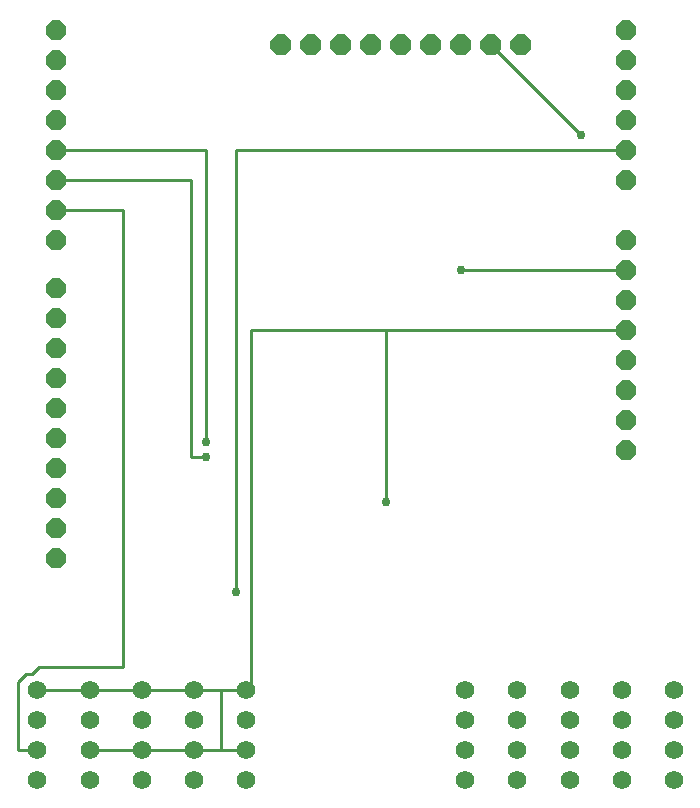
<source format=gbr>
G04 EAGLE Gerber X2 export*
%TF.Part,Single*%
%TF.FileFunction,Copper,L2,Bot,Mixed*%
%TF.FilePolarity,Positive*%
%TF.GenerationSoftware,Autodesk,EAGLE,8.6.1*%
%TF.CreationDate,2018-05-08T23:05:54Z*%
G75*
%MOMM*%
%FSLAX34Y34*%
%LPD*%
%AMOC8*
5,1,8,0,0,1.08239X$1,22.5*%
G01*
%ADD10P,1.924489X8X112.500000*%
%ADD11C,1.562100*%
%ADD12P,1.814519X8X112.500000*%
%ADD13C,0.756400*%
%ADD14C,0.254000*%


D10*
X254000Y-114300D03*
X279400Y-114300D03*
X304800Y-114300D03*
X330200Y-114300D03*
X355600Y-114300D03*
X381000Y-114300D03*
X406400Y-114300D03*
X431800Y-114300D03*
X457200Y-114300D03*
D11*
X224790Y-685800D03*
X224790Y-660400D03*
X224790Y-711200D03*
X224790Y-736600D03*
X180594Y-660400D03*
X136398Y-660400D03*
X92202Y-660400D03*
X48006Y-660400D03*
X180594Y-685800D03*
X136398Y-685800D03*
X92202Y-685800D03*
X48006Y-685800D03*
X180594Y-711200D03*
X136398Y-711200D03*
X92202Y-711200D03*
X48006Y-711200D03*
X180594Y-736600D03*
X136398Y-736600D03*
X92202Y-736600D03*
X48006Y-736600D03*
X410210Y-685800D03*
X410210Y-660400D03*
X410210Y-711200D03*
X410210Y-736600D03*
X454406Y-660400D03*
X498602Y-660400D03*
X542798Y-660400D03*
X586994Y-660400D03*
X454406Y-685800D03*
X498602Y-685800D03*
X542798Y-685800D03*
X586994Y-685800D03*
X454406Y-711200D03*
X498602Y-711200D03*
X542798Y-711200D03*
X586994Y-711200D03*
X454406Y-736600D03*
X498602Y-736600D03*
X542798Y-736600D03*
X586994Y-736600D03*
D12*
X63500Y-203200D03*
X546100Y-228600D03*
X63500Y-177800D03*
X63500Y-152400D03*
X63500Y-127000D03*
X63500Y-101600D03*
X63500Y-228600D03*
X63500Y-254000D03*
X63500Y-279400D03*
X63500Y-320040D03*
X63500Y-345440D03*
X63500Y-370840D03*
X63500Y-396240D03*
X63500Y-421640D03*
X63500Y-447040D03*
X63500Y-472440D03*
X63500Y-497840D03*
X546100Y-203200D03*
X546100Y-177800D03*
X546100Y-152400D03*
X546100Y-127000D03*
X546100Y-101600D03*
X546100Y-279400D03*
X546100Y-304800D03*
X546100Y-330200D03*
X546100Y-355600D03*
X546100Y-381000D03*
X546100Y-406400D03*
X63500Y-523240D03*
X63500Y-548640D03*
X546100Y-431800D03*
X546100Y-457200D03*
D13*
X406400Y-304800D03*
D14*
X546100Y-304800D01*
D13*
X190500Y-450850D03*
D14*
X190500Y-203200D02*
X63500Y-203200D01*
X190500Y-203200D02*
X190500Y-450850D01*
D13*
X190500Y-463550D03*
D14*
X177800Y-463550D01*
X177800Y-228600D01*
X63500Y-228600D01*
X215900Y-203200D02*
X546100Y-203200D01*
X215900Y-203200D02*
X215900Y-577850D01*
D13*
X215900Y-577850D03*
D14*
X228600Y-660400D02*
X228600Y-355600D01*
X342900Y-355600D01*
X546100Y-355600D01*
X228600Y-660400D02*
X224790Y-660400D01*
X203200Y-660400D01*
X180594Y-660400D01*
X136398Y-660400D01*
X92202Y-660400D01*
X48006Y-660400D01*
D13*
X342900Y-501650D03*
D14*
X342900Y-355600D01*
X136398Y-711200D02*
X92202Y-711200D01*
X136398Y-711200D02*
X180594Y-711200D01*
X203200Y-711200D01*
X224790Y-711200D01*
X203200Y-711200D02*
X203200Y-660400D01*
D13*
X508000Y-190500D03*
D14*
X431800Y-114300D01*
X120650Y-254000D02*
X63500Y-254000D01*
X120650Y-254000D02*
X120650Y-641350D01*
X48992Y-641350D01*
X43150Y-647192D01*
X38608Y-647192D01*
X31750Y-654050D02*
X31750Y-711200D01*
X48006Y-711200D01*
X31750Y-654050D02*
X38608Y-647192D01*
M02*

</source>
